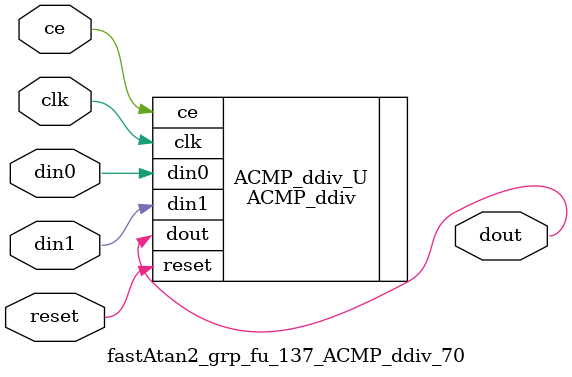
<source format=v>

`timescale 1 ns / 1 ps
module fastAtan2_grp_fu_137_ACMP_ddiv_70(
    clk,
    reset,
    ce,
    din0,
    din1,
    dout);

parameter ID = 32'd1;
parameter NUM_STAGE = 32'd1;
parameter din0_WIDTH = 32'd1;
parameter din1_WIDTH = 32'd1;
parameter dout_WIDTH = 32'd1;
input clk;
input reset;
input ce;
input[din0_WIDTH - 1:0] din0;
input[din1_WIDTH - 1:0] din1;
output[dout_WIDTH - 1:0] dout;



ACMP_ddiv #(
.ID( ID ),
.NUM_STAGE( 22 ),
.din0_WIDTH( din0_WIDTH ),
.din1_WIDTH( din1_WIDTH ),
.dout_WIDTH( dout_WIDTH ))
ACMP_ddiv_U(
    .clk( clk ),
    .reset( reset ),
    .ce( ce ),
    .din0( din0 ),
    .din1( din1 ),
    .dout( dout ));

endmodule

</source>
